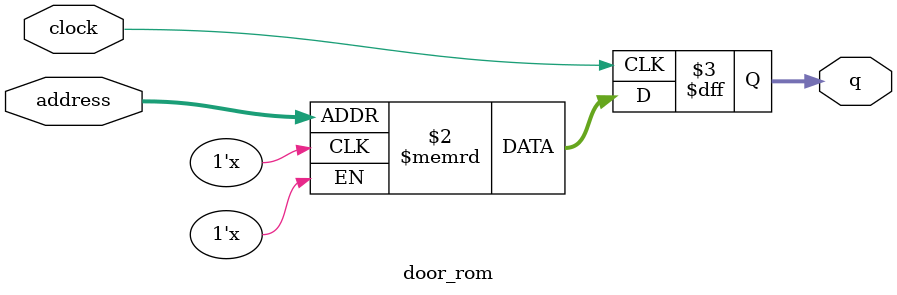
<source format=sv>
module door_rom (
	input logic clock,
	input logic [10:0] address,
	output logic [2:0] q
);

logic [2:0] memory [0:1599] /* synthesis ram_init_file = "./door/door.COE" */;

always_ff @ (posedge clock) begin
	q <= memory[address];
end

endmodule

</source>
